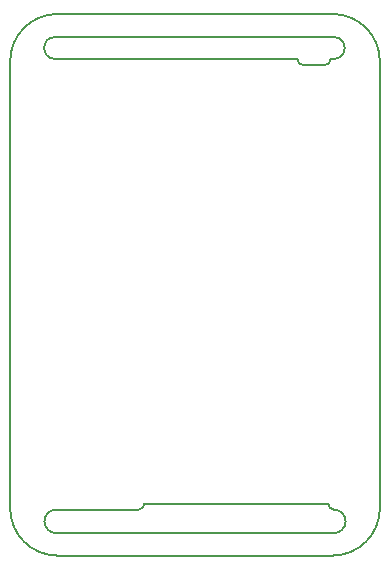
<source format=gm1>
G04 #@! TF.GenerationSoftware,KiCad,Pcbnew,(5.1.9)-1*
G04 #@! TF.CreationDate,2021-05-12T11:04:24-07:00*
G04 #@! TF.ProjectId,Watchy,57617463-6879-42e6-9b69-6361645f7063,rev?*
G04 #@! TF.SameCoordinates,Original*
G04 #@! TF.FileFunction,Profile,NP*
%FSLAX46Y46*%
G04 Gerber Fmt 4.6, Leading zero omitted, Abs format (unit mm)*
G04 Created by KiCad (PCBNEW (5.1.9)-1) date 2021-05-12 11:04:24*
%MOMM*%
%LPD*%
G01*
G04 APERTURE LIST*
G04 #@! TA.AperFunction,Profile*
%ADD10C,0.150000*%
G04 #@! TD*
G04 APERTURE END LIST*
D10*
X98600000Y-72100000D02*
G75*
G02*
X98600000Y-73950000I0J-925000D01*
G01*
X97780341Y-74510000D02*
X96070000Y-74510000D01*
X97777409Y-74509992D02*
G75*
G03*
X98340341Y-73950000I2932J559992D01*
G01*
X98600000Y-73950000D02*
X98340341Y-73950000D01*
X95510000Y-73950000D02*
G75*
G03*
X96070000Y-74510000I560000J0D01*
G01*
X82560000Y-111620000D02*
X98128434Y-111600000D01*
X98128434Y-111600000D02*
G75*
G03*
X98600000Y-112110000I511566J0D01*
G01*
X82060000Y-112120000D02*
G75*
G03*
X82560000Y-111620000I0J500000D01*
G01*
X71200000Y-112000000D02*
X71200000Y-74150000D01*
X98500000Y-70150000D02*
X75200000Y-70150000D01*
X102500000Y-112000000D02*
X102500000Y-74150000D01*
X75200000Y-116000000D02*
X98500000Y-116000000D01*
X102500000Y-74150000D02*
G75*
G03*
X98500000Y-70150000I-4000000J0D01*
G01*
X71200000Y-112000000D02*
G75*
G03*
X75200000Y-116000000I4000000J0D01*
G01*
X102500000Y-112000000D02*
G75*
G02*
X98500000Y-116000000I-4000000J0D01*
G01*
X75200000Y-70150000D02*
G75*
G03*
X71200000Y-74150000I0J-4000000D01*
G01*
X75000000Y-72100000D02*
X98600000Y-72100000D01*
X95510000Y-73950000D02*
X75000000Y-73950000D01*
X99600000Y-113110000D02*
G75*
G03*
X98600000Y-112110000I-1000000J0D01*
G01*
X75100000Y-112110000D02*
G75*
G03*
X74100000Y-113110000I0J-1000000D01*
G01*
X75000000Y-72100000D02*
G75*
G03*
X75000000Y-73950000I0J-925000D01*
G01*
X74100000Y-113110000D02*
G75*
G03*
X75100000Y-114110000I1000000J0D01*
G01*
X98600000Y-114110000D02*
G75*
G03*
X99600000Y-113110000I0J1000000D01*
G01*
X98600000Y-114110000D02*
X75100000Y-114110000D01*
X75100000Y-112110000D02*
X82060000Y-112120000D01*
M02*

</source>
